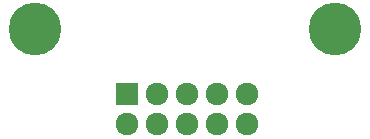
<source format=gbs>
G04 #@! TF.FileFunction,Soldermask,Bot*
%FSLAX46Y46*%
G04 Gerber Fmt 4.6, Leading zero omitted, Abs format (unit mm)*
G04 Created by KiCad (PCBNEW 4.0.1-stable) date 4/19/2016 1:19:52 PM*
%MOMM*%
G01*
G04 APERTURE LIST*
%ADD10C,0.100000*%
%ADD11C,4.464000*%
%ADD12R,1.924000X1.924000*%
%ADD13C,1.924000*%
G04 APERTURE END LIST*
D10*
D11*
X19050000Y-20955000D03*
D12*
X26797000Y-26479500D03*
D13*
X26797000Y-29019500D03*
X29337000Y-26479500D03*
X29337000Y-29019500D03*
X31877000Y-26479500D03*
X31877000Y-29019500D03*
X34417000Y-26479500D03*
X34417000Y-29019500D03*
X36957000Y-26479500D03*
X36957000Y-29019500D03*
D11*
X44450000Y-20955000D03*
M02*

</source>
